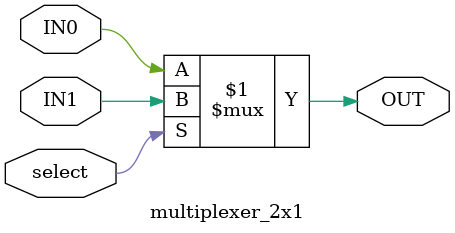
<source format=v>
module multiplexer_2x1 (
    input IN0,
    input IN1,
    input select,
    
    output OUT
);

    assign OUT = select ? IN1 : IN0;

endmodule
</source>
